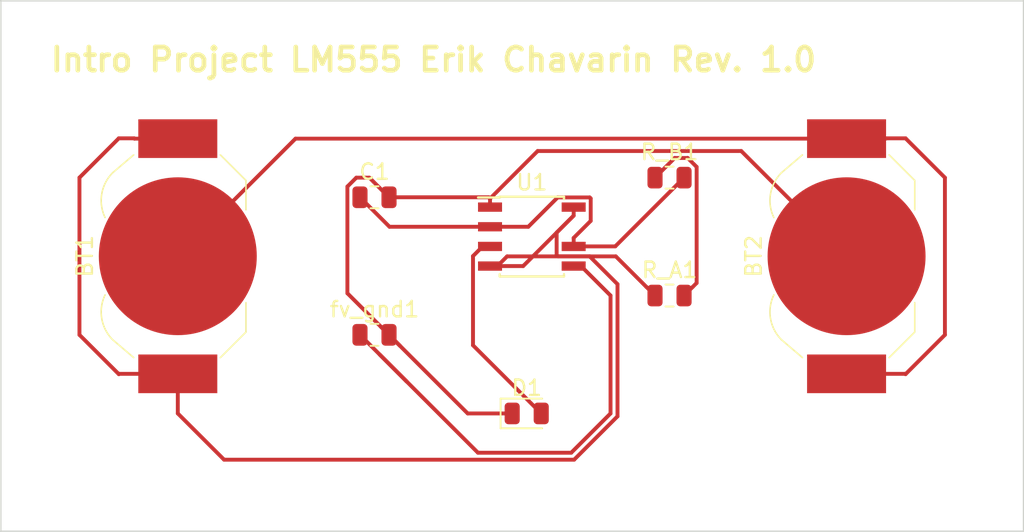
<source format=kicad_pcb>
(kicad_pcb (version 20171130) (host pcbnew "(5.1.4)-1")

  (general
    (thickness 1.6)
    (drawings 7)
    (tracks 77)
    (zones 0)
    (modules 8)
    (nets 8)
  )

  (page A4)
  (layers
    (0 F.Cu signal)
    (31 B.Cu signal)
    (32 B.Adhes user)
    (33 F.Adhes user)
    (34 B.Paste user)
    (35 F.Paste user)
    (36 B.SilkS user)
    (37 F.SilkS user)
    (38 B.Mask user)
    (39 F.Mask user)
    (40 Dwgs.User user)
    (41 Cmts.User user)
    (42 Eco1.User user)
    (43 Eco2.User user)
    (44 Edge.Cuts user)
    (45 Margin user)
    (46 B.CrtYd user)
    (47 F.CrtYd user)
    (48 B.Fab user)
    (49 F.Fab user)
  )

  (setup
    (last_trace_width 0.25)
    (trace_clearance 0.2)
    (zone_clearance 0.508)
    (zone_45_only no)
    (trace_min 0.2)
    (via_size 0.8)
    (via_drill 0.4)
    (via_min_size 0.4)
    (via_min_drill 0.3)
    (uvia_size 0.3)
    (uvia_drill 0.1)
    (uvias_allowed no)
    (uvia_min_size 0.2)
    (uvia_min_drill 0.1)
    (edge_width 0.05)
    (segment_width 0.2)
    (pcb_text_width 0.3)
    (pcb_text_size 1.5 1.5)
    (mod_edge_width 0.12)
    (mod_text_size 1 1)
    (mod_text_width 0.15)
    (pad_size 1.524 1.524)
    (pad_drill 0.762)
    (pad_to_mask_clearance 0.051)
    (solder_mask_min_width 0.25)
    (aux_axis_origin 0 0)
    (visible_elements 7FFFFFFF)
    (pcbplotparams
      (layerselection 0x010fc_ffffffff)
      (usegerberextensions false)
      (usegerberattributes false)
      (usegerberadvancedattributes false)
      (creategerberjobfile true)
      (excludeedgelayer true)
      (linewidth 0.100000)
      (plotframeref false)
      (viasonmask false)
      (mode 1)
      (useauxorigin false)
      (hpglpennumber 1)
      (hpglpenspeed 20)
      (hpglpendiameter 15.000000)
      (psnegative false)
      (psa4output false)
      (plotreference true)
      (plotvalue true)
      (plotinvisibletext false)
      (padsonsilk false)
      (subtractmaskfromsilk false)
      (outputformat 1)
      (mirror false)
      (drillshape 0)
      (scaleselection 1)
      (outputdirectory ""))
  )

  (net 0 "")
  (net 1 VCC)
  (net 2 "Net-(BT1-Pad2)")
  (net 3 GND)
  (net 4 "Net-(C1-Pad1)")
  (net 5 "Net-(D1-Pad2)")
  (net 6 "Net-(U1-Pad5)")
  (net 7 "Net-(R_A1-Pad2)")

  (net_class Default "This is the default net class."
    (clearance 0.2)
    (trace_width 0.25)
    (via_dia 0.8)
    (via_drill 0.4)
    (uvia_dia 0.3)
    (uvia_drill 0.1)
    (add_net GND)
    (add_net "Net-(BT1-Pad2)")
    (add_net "Net-(C1-Pad1)")
    (add_net "Net-(D1-Pad2)")
    (add_net "Net-(R_A1-Pad2)")
    (add_net "Net-(U1-Pad5)")
    (add_net VCC)
  )

  (module Battery:BatteryHolder_LINX_BAT-HLD-012-SMT (layer F.Cu) (tedit 5B256044) (tstamp 61518155)
    (at 138.43 69.85 270)
    (descr "SMT battery holder for CR1216/1220/1225, https://linxtechnologies.com/wp/wp-content/uploads/bat-hld-012-smt.pdf")
    (tags "battery holder coin cell cr1216 cr1220 cr1225")
    (path /614D381D)
    (attr smd)
    (fp_text reference BT1 (at 0 6 90) (layer F.SilkS)
      (effects (font (size 1 1) (thickness 0.15)))
    )
    (fp_text value Battery_Cell (at 0 -7 90) (layer F.Fab)
      (effects (font (size 1 1) (thickness 0.15)))
    )
    (fp_line (start 6.55 2.85) (end 5.4 4.2) (layer F.SilkS) (width 0.1))
    (fp_line (start -6.55 2.85) (end -5.4 4.2) (layer F.SilkS) (width 0.1))
    (fp_line (start -4.9 -4.4) (end -3 -4.4) (layer F.SilkS) (width 0.1))
    (fp_line (start 4.9 -4.4) (end 3 -4.4) (layer F.SilkS) (width 0.1))
    (fp_line (start 4.9 -4.4) (end 6.55 -2.75) (layer F.SilkS) (width 0.1))
    (fp_line (start -6.55 -2.75) (end -4.9 -4.4) (layer F.SilkS) (width 0.1))
    (fp_line (start 6.55 -2.75) (end 6.75 -2.75) (layer F.Fab) (width 0.1))
    (fp_line (start 6.55 -2.75) (end 6.7 -2.9) (layer F.Fab) (width 0.1))
    (fp_line (start 5.05 -4.55) (end 4.9 -4.4) (layer F.Fab) (width 0.1))
    (fp_line (start -5.05 -4.55) (end -4.9 -4.4) (layer F.Fab) (width 0.1))
    (fp_line (start -6.55 -2.75) (end -6.7 -2.9) (layer F.Fab) (width 0.1))
    (fp_line (start -6.75 -2.75) (end -6.55 -2.75) (layer F.Fab) (width 0.1))
    (fp_line (start 6.75 2.85) (end 6.55 2.85) (layer F.Fab) (width 0.1))
    (fp_line (start -6.75 2.85) (end -6.55 2.85) (layer F.Fab) (width 0.1))
    (fp_line (start -3.55 6.75) (end -7.25 3.05) (layer F.CrtYd) (width 0.05))
    (fp_line (start 3.55 6.75) (end 7.25 3.05) (layer F.CrtYd) (width 0.05))
    (fp_line (start -3.55 6.75) (end 3.55 6.75) (layer F.CrtYd) (width 0.05))
    (fp_line (start 9.35 3.05) (end 7.25 3.05) (layer F.CrtYd) (width 0.05))
    (fp_line (start 9.35 -3.05) (end 9.35 3.05) (layer F.CrtYd) (width 0.05))
    (fp_line (start 7.25 -3.05) (end 9.35 -3.05) (layer F.CrtYd) (width 0.05))
    (fp_line (start 3.55 -6.75) (end 7.25 -3.05) (layer F.CrtYd) (width 0.05))
    (fp_line (start -3.55 -6.75) (end 3.55 -6.75) (layer F.CrtYd) (width 0.05))
    (fp_line (start -7.25 -3.05) (end -3.55 -6.75) (layer F.CrtYd) (width 0.05))
    (fp_line (start -9.35 3.05) (end -7.25 3.05) (layer F.CrtYd) (width 0.05))
    (fp_line (start -9.35 -3.05) (end -7.25 -3.05) (layer F.CrtYd) (width 0.05))
    (fp_line (start -9.35 3.05) (end -9.35 -3.05) (layer F.CrtYd) (width 0.05))
    (fp_circle (center 0 0) (end -6.25 0) (layer F.Fab) (width 0.1))
    (fp_arc (start 0 6) (end -1.8 4.2) (angle 90) (layer F.Fab) (width 0.1))
    (fp_arc (start 3.6 2.4) (end 5.4 4.2) (angle 70.55996517) (layer F.SilkS) (width 0.1))
    (fp_line (start 6.55 2.85) (end 5.4 4.2) (layer F.Fab) (width 0.1))
    (fp_line (start -6.55 2.85) (end -5.4 4.2) (layer F.Fab) (width 0.1))
    (fp_line (start -6.55 -2.75) (end -4.9 -4.4) (layer F.Fab) (width 0.1))
    (fp_line (start -6.55 2.85) (end -6.55 -2.75) (layer F.Fab) (width 0.1))
    (fp_line (start 6.55 -2.75) (end 4.9 -4.4) (layer F.Fab) (width 0.1))
    (fp_line (start 6.55 2.85) (end 6.55 -2.75) (layer F.Fab) (width 0.1))
    (fp_line (start 6.7 -2.9) (end 5.05 -4.55) (layer F.Fab) (width 0.1))
    (fp_line (start -6.7 -2.9) (end -5.05 -4.55) (layer F.Fab) (width 0.1))
    (fp_line (start 4.9 -4.4) (end -4.9 -4.4) (layer F.Fab) (width 0.1))
    (fp_line (start 6.75 2.85) (end 6.75 -2.75) (layer F.Fab) (width 0.1))
    (fp_line (start -6.75 2.85) (end -6.75 -2.75) (layer F.Fab) (width 0.1))
    (fp_line (start 7.65 -2.55) (end 6.75 -2.55) (layer F.Fab) (width 0.1))
    (fp_line (start 7.65 -0.55) (end 7.65 -2.55) (layer F.Fab) (width 0.1))
    (fp_line (start 6.75 -0.55) (end 7.65 -0.55) (layer F.Fab) (width 0.1))
    (fp_line (start 7.65 0.55) (end 6.75 0.55) (layer F.Fab) (width 0.1))
    (fp_line (start 7.65 2.55) (end 7.65 0.55) (layer F.Fab) (width 0.1))
    (fp_line (start 6.75 2.55) (end 7.65 2.55) (layer F.Fab) (width 0.1))
    (fp_line (start -7.65 2.55) (end -6.75 2.55) (layer F.Fab) (width 0.1))
    (fp_line (start -7.65 0.55) (end -7.65 2.55) (layer F.Fab) (width 0.1))
    (fp_line (start -6.75 0.55) (end -7.65 0.55) (layer F.Fab) (width 0.1))
    (fp_line (start -7.65 -0.55) (end -6.75 -0.55) (layer F.Fab) (width 0.1))
    (fp_line (start -7.65 -2.55) (end -6.75 -2.55) (layer F.Fab) (width 0.1))
    (fp_line (start -7.65 -2.55) (end -7.65 -0.55) (layer F.Fab) (width 0.1))
    (fp_text user %R (at 0 0 90) (layer F.Fab)
      (effects (font (size 1 1) (thickness 0.15)))
    )
    (fp_arc (start 3.6 2.4) (end 5.4 4.2) (angle 90) (layer F.Fab) (width 0.1))
    (fp_arc (start -3.6 2.4) (end -1.8 4.2) (angle 90) (layer F.Fab) (width 0.1))
    (fp_arc (start -3.6 2.4) (end -5.4 4.2) (angle -70.5) (layer F.SilkS) (width 0.1))
    (pad 1 smd rect (at -7.6 0 270) (size 2.5 5.1) (layers F.Cu F.Paste F.Mask)
      (net 1 VCC))
    (pad 1 smd rect (at 7.6 0 270) (size 2.5 5.1) (layers F.Cu F.Paste F.Mask)
      (net 1 VCC))
    (pad 2 smd circle (at 0 0 270) (size 10.2 10.2) (layers F.Cu F.Paste F.Mask)
      (net 2 "Net-(BT1-Pad2)"))
    (model ${KISYS3DMOD}/Battery.3dshapes/BatteryHolder_LINX_BAT-HLD-012-SMT.wrl
      (at (xyz 0 0 0))
      (scale (xyz 1 1 1))
      (rotate (xyz 0 0 0))
    )
  )

  (module Battery:BatteryHolder_LINX_BAT-HLD-012-SMT (layer F.Cu) (tedit 5B256044) (tstamp 61518194)
    (at 181.61 69.85 270)
    (descr "SMT battery holder for CR1216/1220/1225, https://linxtechnologies.com/wp/wp-content/uploads/bat-hld-012-smt.pdf")
    (tags "battery holder coin cell cr1216 cr1220 cr1225")
    (path /614D401C)
    (attr smd)
    (fp_text reference BT2 (at 0 6 90) (layer F.SilkS)
      (effects (font (size 1 1) (thickness 0.15)))
    )
    (fp_text value Battery_Cell (at 0 -7 90) (layer F.Fab)
      (effects (font (size 1 1) (thickness 0.15)))
    )
    (fp_arc (start -3.6 2.4) (end -5.4 4.2) (angle -70.5) (layer F.SilkS) (width 0.1))
    (fp_arc (start -3.6 2.4) (end -1.8 4.2) (angle 90) (layer F.Fab) (width 0.1))
    (fp_arc (start 3.6 2.4) (end 5.4 4.2) (angle 90) (layer F.Fab) (width 0.1))
    (fp_text user %R (at 0 0 90) (layer F.Fab)
      (effects (font (size 1 1) (thickness 0.15)))
    )
    (fp_line (start -7.65 -2.55) (end -7.65 -0.55) (layer F.Fab) (width 0.1))
    (fp_line (start -7.65 -2.55) (end -6.75 -2.55) (layer F.Fab) (width 0.1))
    (fp_line (start -7.65 -0.55) (end -6.75 -0.55) (layer F.Fab) (width 0.1))
    (fp_line (start -6.75 0.55) (end -7.65 0.55) (layer F.Fab) (width 0.1))
    (fp_line (start -7.65 0.55) (end -7.65 2.55) (layer F.Fab) (width 0.1))
    (fp_line (start -7.65 2.55) (end -6.75 2.55) (layer F.Fab) (width 0.1))
    (fp_line (start 6.75 2.55) (end 7.65 2.55) (layer F.Fab) (width 0.1))
    (fp_line (start 7.65 2.55) (end 7.65 0.55) (layer F.Fab) (width 0.1))
    (fp_line (start 7.65 0.55) (end 6.75 0.55) (layer F.Fab) (width 0.1))
    (fp_line (start 6.75 -0.55) (end 7.65 -0.55) (layer F.Fab) (width 0.1))
    (fp_line (start 7.65 -0.55) (end 7.65 -2.55) (layer F.Fab) (width 0.1))
    (fp_line (start 7.65 -2.55) (end 6.75 -2.55) (layer F.Fab) (width 0.1))
    (fp_line (start -6.75 2.85) (end -6.75 -2.75) (layer F.Fab) (width 0.1))
    (fp_line (start 6.75 2.85) (end 6.75 -2.75) (layer F.Fab) (width 0.1))
    (fp_line (start 4.9 -4.4) (end -4.9 -4.4) (layer F.Fab) (width 0.1))
    (fp_line (start -6.7 -2.9) (end -5.05 -4.55) (layer F.Fab) (width 0.1))
    (fp_line (start 6.7 -2.9) (end 5.05 -4.55) (layer F.Fab) (width 0.1))
    (fp_line (start 6.55 2.85) (end 6.55 -2.75) (layer F.Fab) (width 0.1))
    (fp_line (start 6.55 -2.75) (end 4.9 -4.4) (layer F.Fab) (width 0.1))
    (fp_line (start -6.55 2.85) (end -6.55 -2.75) (layer F.Fab) (width 0.1))
    (fp_line (start -6.55 -2.75) (end -4.9 -4.4) (layer F.Fab) (width 0.1))
    (fp_line (start -6.55 2.85) (end -5.4 4.2) (layer F.Fab) (width 0.1))
    (fp_line (start 6.55 2.85) (end 5.4 4.2) (layer F.Fab) (width 0.1))
    (fp_arc (start 3.6 2.4) (end 5.4 4.2) (angle 70.55996517) (layer F.SilkS) (width 0.1))
    (fp_arc (start 0 6) (end -1.8 4.2) (angle 90) (layer F.Fab) (width 0.1))
    (fp_circle (center 0 0) (end -6.25 0) (layer F.Fab) (width 0.1))
    (fp_line (start -9.35 3.05) (end -9.35 -3.05) (layer F.CrtYd) (width 0.05))
    (fp_line (start -9.35 -3.05) (end -7.25 -3.05) (layer F.CrtYd) (width 0.05))
    (fp_line (start -9.35 3.05) (end -7.25 3.05) (layer F.CrtYd) (width 0.05))
    (fp_line (start -7.25 -3.05) (end -3.55 -6.75) (layer F.CrtYd) (width 0.05))
    (fp_line (start -3.55 -6.75) (end 3.55 -6.75) (layer F.CrtYd) (width 0.05))
    (fp_line (start 3.55 -6.75) (end 7.25 -3.05) (layer F.CrtYd) (width 0.05))
    (fp_line (start 7.25 -3.05) (end 9.35 -3.05) (layer F.CrtYd) (width 0.05))
    (fp_line (start 9.35 -3.05) (end 9.35 3.05) (layer F.CrtYd) (width 0.05))
    (fp_line (start 9.35 3.05) (end 7.25 3.05) (layer F.CrtYd) (width 0.05))
    (fp_line (start -3.55 6.75) (end 3.55 6.75) (layer F.CrtYd) (width 0.05))
    (fp_line (start 3.55 6.75) (end 7.25 3.05) (layer F.CrtYd) (width 0.05))
    (fp_line (start -3.55 6.75) (end -7.25 3.05) (layer F.CrtYd) (width 0.05))
    (fp_line (start -6.75 2.85) (end -6.55 2.85) (layer F.Fab) (width 0.1))
    (fp_line (start 6.75 2.85) (end 6.55 2.85) (layer F.Fab) (width 0.1))
    (fp_line (start -6.75 -2.75) (end -6.55 -2.75) (layer F.Fab) (width 0.1))
    (fp_line (start -6.55 -2.75) (end -6.7 -2.9) (layer F.Fab) (width 0.1))
    (fp_line (start -5.05 -4.55) (end -4.9 -4.4) (layer F.Fab) (width 0.1))
    (fp_line (start 5.05 -4.55) (end 4.9 -4.4) (layer F.Fab) (width 0.1))
    (fp_line (start 6.55 -2.75) (end 6.7 -2.9) (layer F.Fab) (width 0.1))
    (fp_line (start 6.55 -2.75) (end 6.75 -2.75) (layer F.Fab) (width 0.1))
    (fp_line (start -6.55 -2.75) (end -4.9 -4.4) (layer F.SilkS) (width 0.1))
    (fp_line (start 4.9 -4.4) (end 6.55 -2.75) (layer F.SilkS) (width 0.1))
    (fp_line (start 4.9 -4.4) (end 3 -4.4) (layer F.SilkS) (width 0.1))
    (fp_line (start -4.9 -4.4) (end -3 -4.4) (layer F.SilkS) (width 0.1))
    (fp_line (start -6.55 2.85) (end -5.4 4.2) (layer F.SilkS) (width 0.1))
    (fp_line (start 6.55 2.85) (end 5.4 4.2) (layer F.SilkS) (width 0.1))
    (pad 2 smd circle (at 0 0 270) (size 10.2 10.2) (layers F.Cu F.Paste F.Mask)
      (net 3 GND))
    (pad 1 smd rect (at 7.6 0 270) (size 2.5 5.1) (layers F.Cu F.Paste F.Mask)
      (net 2 "Net-(BT1-Pad2)"))
    (pad 1 smd rect (at -7.6 0 270) (size 2.5 5.1) (layers F.Cu F.Paste F.Mask)
      (net 2 "Net-(BT1-Pad2)"))
    (model ${KISYS3DMOD}/Battery.3dshapes/BatteryHolder_LINX_BAT-HLD-012-SMT.wrl
      (at (xyz 0 0 0))
      (scale (xyz 1 1 1))
      (rotate (xyz 0 0 0))
    )
  )

  (module Capacitor_SMD:C_0805_2012Metric (layer F.Cu) (tedit 5B36C52B) (tstamp 615181A5)
    (at 151.13 66.04)
    (descr "Capacitor SMD 0805 (2012 Metric), square (rectangular) end terminal, IPC_7351 nominal, (Body size source: https://docs.google.com/spreadsheets/d/1BsfQQcO9C6DZCsRaXUlFlo91Tg2WpOkGARC1WS5S8t0/edit?usp=sharing), generated with kicad-footprint-generator")
    (tags capacitor)
    (path /614C3549)
    (attr smd)
    (fp_text reference C1 (at 0 -1.65) (layer F.SilkS)
      (effects (font (size 1 1) (thickness 0.15)))
    )
    (fp_text value 10u (at 0 1.65) (layer F.Fab)
      (effects (font (size 1 1) (thickness 0.15)))
    )
    (fp_line (start -1 0.6) (end -1 -0.6) (layer F.Fab) (width 0.1))
    (fp_line (start -1 -0.6) (end 1 -0.6) (layer F.Fab) (width 0.1))
    (fp_line (start 1 -0.6) (end 1 0.6) (layer F.Fab) (width 0.1))
    (fp_line (start 1 0.6) (end -1 0.6) (layer F.Fab) (width 0.1))
    (fp_line (start -0.258578 -0.71) (end 0.258578 -0.71) (layer F.SilkS) (width 0.12))
    (fp_line (start -0.258578 0.71) (end 0.258578 0.71) (layer F.SilkS) (width 0.12))
    (fp_line (start -1.68 0.95) (end -1.68 -0.95) (layer F.CrtYd) (width 0.05))
    (fp_line (start -1.68 -0.95) (end 1.68 -0.95) (layer F.CrtYd) (width 0.05))
    (fp_line (start 1.68 -0.95) (end 1.68 0.95) (layer F.CrtYd) (width 0.05))
    (fp_line (start 1.68 0.95) (end -1.68 0.95) (layer F.CrtYd) (width 0.05))
    (fp_text user %R (at 0 0) (layer F.Fab)
      (effects (font (size 0.5 0.5) (thickness 0.08)))
    )
    (pad 1 smd roundrect (at -0.9375 0) (size 0.975 1.4) (layers F.Cu F.Paste F.Mask) (roundrect_rratio 0.25)
      (net 4 "Net-(C1-Pad1)"))
    (pad 2 smd roundrect (at 0.9375 0) (size 0.975 1.4) (layers F.Cu F.Paste F.Mask) (roundrect_rratio 0.25)
      (net 3 GND))
    (model ${KISYS3DMOD}/Capacitor_SMD.3dshapes/C_0805_2012Metric.wrl
      (at (xyz 0 0 0))
      (scale (xyz 1 1 1))
      (rotate (xyz 0 0 0))
    )
  )

  (module LED_SMD:LED_0805_2012Metric (layer F.Cu) (tedit 5B36C52C) (tstamp 615181B8)
    (at 160.9575 80.01)
    (descr "LED SMD 0805 (2012 Metric), square (rectangular) end terminal, IPC_7351 nominal, (Body size source: https://docs.google.com/spreadsheets/d/1BsfQQcO9C6DZCsRaXUlFlo91Tg2WpOkGARC1WS5S8t0/edit?usp=sharing), generated with kicad-footprint-generator")
    (tags diode)
    (path /614BD305)
    (attr smd)
    (fp_text reference D1 (at 0 -1.65) (layer F.SilkS)
      (effects (font (size 1 1) (thickness 0.15)))
    )
    (fp_text value LED (at 0 1.65) (layer F.Fab)
      (effects (font (size 1 1) (thickness 0.15)))
    )
    (fp_text user %R (at 0 0) (layer F.Fab)
      (effects (font (size 0.5 0.5) (thickness 0.08)))
    )
    (fp_line (start 1.68 0.95) (end -1.68 0.95) (layer F.CrtYd) (width 0.05))
    (fp_line (start 1.68 -0.95) (end 1.68 0.95) (layer F.CrtYd) (width 0.05))
    (fp_line (start -1.68 -0.95) (end 1.68 -0.95) (layer F.CrtYd) (width 0.05))
    (fp_line (start -1.68 0.95) (end -1.68 -0.95) (layer F.CrtYd) (width 0.05))
    (fp_line (start -1.685 0.96) (end 1 0.96) (layer F.SilkS) (width 0.12))
    (fp_line (start -1.685 -0.96) (end -1.685 0.96) (layer F.SilkS) (width 0.12))
    (fp_line (start 1 -0.96) (end -1.685 -0.96) (layer F.SilkS) (width 0.12))
    (fp_line (start 1 0.6) (end 1 -0.6) (layer F.Fab) (width 0.1))
    (fp_line (start -1 0.6) (end 1 0.6) (layer F.Fab) (width 0.1))
    (fp_line (start -1 -0.3) (end -1 0.6) (layer F.Fab) (width 0.1))
    (fp_line (start -0.7 -0.6) (end -1 -0.3) (layer F.Fab) (width 0.1))
    (fp_line (start 1 -0.6) (end -0.7 -0.6) (layer F.Fab) (width 0.1))
    (pad 2 smd roundrect (at 0.9375 0) (size 0.975 1.4) (layers F.Cu F.Paste F.Mask) (roundrect_rratio 0.25)
      (net 5 "Net-(D1-Pad2)"))
    (pad 1 smd roundrect (at -0.9375 0) (size 0.975 1.4) (layers F.Cu F.Paste F.Mask) (roundrect_rratio 0.25)
      (net 3 GND))
    (model ${KISYS3DMOD}/LED_SMD.3dshapes/LED_0805_2012Metric.wrl
      (at (xyz 0 0 0))
      (scale (xyz 1 1 1))
      (rotate (xyz 0 0 0))
    )
  )

  (module Capacitor_SMD:C_0805_2012Metric (layer F.Cu) (tedit 5B36C52B) (tstamp 615181C9)
    (at 151.13 74.93)
    (descr "Capacitor SMD 0805 (2012 Metric), square (rectangular) end terminal, IPC_7351 nominal, (Body size source: https://docs.google.com/spreadsheets/d/1BsfQQcO9C6DZCsRaXUlFlo91Tg2WpOkGARC1WS5S8t0/edit?usp=sharing), generated with kicad-footprint-generator")
    (tags capacitor)
    (path /614C3B27)
    (attr smd)
    (fp_text reference fv_gnd1 (at 0 -1.65) (layer F.SilkS)
      (effects (font (size 1 1) (thickness 0.15)))
    )
    (fp_text value 0.01u (at 0 1.65) (layer F.Fab)
      (effects (font (size 1 1) (thickness 0.15)))
    )
    (fp_text user %R (at 0 0) (layer F.Fab)
      (effects (font (size 0.5 0.5) (thickness 0.08)))
    )
    (fp_line (start 1.68 0.95) (end -1.68 0.95) (layer F.CrtYd) (width 0.05))
    (fp_line (start 1.68 -0.95) (end 1.68 0.95) (layer F.CrtYd) (width 0.05))
    (fp_line (start -1.68 -0.95) (end 1.68 -0.95) (layer F.CrtYd) (width 0.05))
    (fp_line (start -1.68 0.95) (end -1.68 -0.95) (layer F.CrtYd) (width 0.05))
    (fp_line (start -0.258578 0.71) (end 0.258578 0.71) (layer F.SilkS) (width 0.12))
    (fp_line (start -0.258578 -0.71) (end 0.258578 -0.71) (layer F.SilkS) (width 0.12))
    (fp_line (start 1 0.6) (end -1 0.6) (layer F.Fab) (width 0.1))
    (fp_line (start 1 -0.6) (end 1 0.6) (layer F.Fab) (width 0.1))
    (fp_line (start -1 -0.6) (end 1 -0.6) (layer F.Fab) (width 0.1))
    (fp_line (start -1 0.6) (end -1 -0.6) (layer F.Fab) (width 0.1))
    (pad 2 smd roundrect (at 0.9375 0) (size 0.975 1.4) (layers F.Cu F.Paste F.Mask) (roundrect_rratio 0.25)
      (net 3 GND))
    (pad 1 smd roundrect (at -0.9375 0) (size 0.975 1.4) (layers F.Cu F.Paste F.Mask) (roundrect_rratio 0.25)
      (net 6 "Net-(U1-Pad5)"))
    (model ${KISYS3DMOD}/Capacitor_SMD.3dshapes/C_0805_2012Metric.wrl
      (at (xyz 0 0 0))
      (scale (xyz 1 1 1))
      (rotate (xyz 0 0 0))
    )
  )

  (module Resistor_SMD:R_0805_2012Metric (layer F.Cu) (tedit 5B36C52B) (tstamp 615181DA)
    (at 170.18 72.39)
    (descr "Resistor SMD 0805 (2012 Metric), square (rectangular) end terminal, IPC_7351 nominal, (Body size source: https://docs.google.com/spreadsheets/d/1BsfQQcO9C6DZCsRaXUlFlo91Tg2WpOkGARC1WS5S8t0/edit?usp=sharing), generated with kicad-footprint-generator")
    (tags resistor)
    (path /614C08F7)
    (attr smd)
    (fp_text reference R_A1 (at 0 -1.65) (layer F.SilkS)
      (effects (font (size 1 1) (thickness 0.15)))
    )
    (fp_text value 5k (at 0 1.65) (layer F.Fab)
      (effects (font (size 1 1) (thickness 0.15)))
    )
    (fp_text user %R (at 0 0) (layer F.Fab)
      (effects (font (size 0.5 0.5) (thickness 0.08)))
    )
    (fp_line (start 1.68 0.95) (end -1.68 0.95) (layer F.CrtYd) (width 0.05))
    (fp_line (start 1.68 -0.95) (end 1.68 0.95) (layer F.CrtYd) (width 0.05))
    (fp_line (start -1.68 -0.95) (end 1.68 -0.95) (layer F.CrtYd) (width 0.05))
    (fp_line (start -1.68 0.95) (end -1.68 -0.95) (layer F.CrtYd) (width 0.05))
    (fp_line (start -0.258578 0.71) (end 0.258578 0.71) (layer F.SilkS) (width 0.12))
    (fp_line (start -0.258578 -0.71) (end 0.258578 -0.71) (layer F.SilkS) (width 0.12))
    (fp_line (start 1 0.6) (end -1 0.6) (layer F.Fab) (width 0.1))
    (fp_line (start 1 -0.6) (end 1 0.6) (layer F.Fab) (width 0.1))
    (fp_line (start -1 -0.6) (end 1 -0.6) (layer F.Fab) (width 0.1))
    (fp_line (start -1 0.6) (end -1 -0.6) (layer F.Fab) (width 0.1))
    (pad 2 smd roundrect (at 0.9375 0) (size 0.975 1.4) (layers F.Cu F.Paste F.Mask) (roundrect_rratio 0.25)
      (net 7 "Net-(R_A1-Pad2)"))
    (pad 1 smd roundrect (at -0.9375 0) (size 0.975 1.4) (layers F.Cu F.Paste F.Mask) (roundrect_rratio 0.25)
      (net 1 VCC))
    (model ${KISYS3DMOD}/Resistor_SMD.3dshapes/R_0805_2012Metric.wrl
      (at (xyz 0 0 0))
      (scale (xyz 1 1 1))
      (rotate (xyz 0 0 0))
    )
  )

  (module Resistor_SMD:R_0805_2012Metric (layer F.Cu) (tedit 5B36C52B) (tstamp 615181EB)
    (at 170.18 64.77)
    (descr "Resistor SMD 0805 (2012 Metric), square (rectangular) end terminal, IPC_7351 nominal, (Body size source: https://docs.google.com/spreadsheets/d/1BsfQQcO9C6DZCsRaXUlFlo91Tg2WpOkGARC1WS5S8t0/edit?usp=sharing), generated with kicad-footprint-generator")
    (tags resistor)
    (path /614C04C9)
    (attr smd)
    (fp_text reference R_B1 (at 0 -1.65) (layer F.SilkS)
      (effects (font (size 1 1) (thickness 0.15)))
    )
    (fp_text value 10k (at 0 1.65) (layer F.Fab)
      (effects (font (size 1 1) (thickness 0.15)))
    )
    (fp_line (start -1 0.6) (end -1 -0.6) (layer F.Fab) (width 0.1))
    (fp_line (start -1 -0.6) (end 1 -0.6) (layer F.Fab) (width 0.1))
    (fp_line (start 1 -0.6) (end 1 0.6) (layer F.Fab) (width 0.1))
    (fp_line (start 1 0.6) (end -1 0.6) (layer F.Fab) (width 0.1))
    (fp_line (start -0.258578 -0.71) (end 0.258578 -0.71) (layer F.SilkS) (width 0.12))
    (fp_line (start -0.258578 0.71) (end 0.258578 0.71) (layer F.SilkS) (width 0.12))
    (fp_line (start -1.68 0.95) (end -1.68 -0.95) (layer F.CrtYd) (width 0.05))
    (fp_line (start -1.68 -0.95) (end 1.68 -0.95) (layer F.CrtYd) (width 0.05))
    (fp_line (start 1.68 -0.95) (end 1.68 0.95) (layer F.CrtYd) (width 0.05))
    (fp_line (start 1.68 0.95) (end -1.68 0.95) (layer F.CrtYd) (width 0.05))
    (fp_text user %R (at 0 0) (layer F.Fab)
      (effects (font (size 0.5 0.5) (thickness 0.08)))
    )
    (pad 1 smd roundrect (at -0.9375 0) (size 0.975 1.4) (layers F.Cu F.Paste F.Mask) (roundrect_rratio 0.25)
      (net 7 "Net-(R_A1-Pad2)"))
    (pad 2 smd roundrect (at 0.9375 0) (size 0.975 1.4) (layers F.Cu F.Paste F.Mask) (roundrect_rratio 0.25)
      (net 4 "Net-(C1-Pad1)"))
    (model ${KISYS3DMOD}/Resistor_SMD.3dshapes/R_0805_2012Metric.wrl
      (at (xyz 0 0 0))
      (scale (xyz 1 1 1))
      (rotate (xyz 0 0 0))
    )
  )

  (module Package_SO:SOIC-8-N7_3.9x4.9mm_P1.27mm (layer F.Cu) (tedit 5A02F2D3) (tstamp 61518207)
    (at 161.29 68.58)
    (descr "8-Lead Plastic Small Outline (SN) - Narrow, 3.90 mm Body [SOIC], pin 7 removed (Microchip Packaging Specification 00000049BS.pdf, http://www.onsemi.com/pub/Collateral/NCP1207B.PDF)")
    (tags "SOIC 1.27")
    (path /614BC1BA)
    (attr smd)
    (fp_text reference U1 (at 0 -3.5) (layer F.SilkS)
      (effects (font (size 1 1) (thickness 0.15)))
    )
    (fp_text value LM555 (at 0 3.5) (layer F.Fab)
      (effects (font (size 1 1) (thickness 0.15)))
    )
    (fp_text user %R (at 0 0) (layer F.Fab)
      (effects (font (size 1 1) (thickness 0.15)))
    )
    (fp_line (start -0.95 -2.45) (end 1.95 -2.45) (layer F.Fab) (width 0.1))
    (fp_line (start 1.95 -2.45) (end 1.95 2.45) (layer F.Fab) (width 0.1))
    (fp_line (start 1.95 2.45) (end -1.95 2.45) (layer F.Fab) (width 0.1))
    (fp_line (start -1.95 2.45) (end -1.95 -1.45) (layer F.Fab) (width 0.1))
    (fp_line (start -1.95 -1.45) (end -0.95 -2.45) (layer F.Fab) (width 0.1))
    (fp_line (start -3.73 -2.7) (end -3.73 2.7) (layer F.CrtYd) (width 0.05))
    (fp_line (start 3.73 -2.7) (end 3.73 2.7) (layer F.CrtYd) (width 0.05))
    (fp_line (start -3.73 -2.7) (end 3.73 -2.7) (layer F.CrtYd) (width 0.05))
    (fp_line (start -3.73 2.7) (end 3.73 2.7) (layer F.CrtYd) (width 0.05))
    (fp_line (start -2.075 -2.575) (end -2.075 -2.525) (layer F.SilkS) (width 0.15))
    (fp_line (start 2.075 -2.575) (end 2.075 -2.43) (layer F.SilkS) (width 0.15))
    (fp_line (start 2.075 2.575) (end 2.075 2.43) (layer F.SilkS) (width 0.15))
    (fp_line (start -2.075 2.575) (end -2.075 2.43) (layer F.SilkS) (width 0.15))
    (fp_line (start -2.075 -2.575) (end 2.075 -2.575) (layer F.SilkS) (width 0.15))
    (fp_line (start -2.075 2.575) (end 2.075 2.575) (layer F.SilkS) (width 0.15))
    (fp_line (start -2.075 -2.525) (end -3.475 -2.525) (layer F.SilkS) (width 0.15))
    (pad 1 smd rect (at -2.7 -1.905) (size 1.55 0.6) (layers F.Cu F.Paste F.Mask)
      (net 3 GND))
    (pad 2 smd rect (at -2.7 -0.635) (size 1.55 0.6) (layers F.Cu F.Paste F.Mask)
      (net 4 "Net-(C1-Pad1)"))
    (pad 3 smd rect (at -2.7 0.635) (size 1.55 0.6) (layers F.Cu F.Paste F.Mask)
      (net 5 "Net-(D1-Pad2)"))
    (pad 4 smd rect (at -2.7 1.905) (size 1.55 0.6) (layers F.Cu F.Paste F.Mask)
      (net 1 VCC))
    (pad 5 smd rect (at 2.7 1.905) (size 1.55 0.6) (layers F.Cu F.Paste F.Mask)
      (net 6 "Net-(U1-Pad5)"))
    (pad 6 smd rect (at 2.7 0.635) (size 1.55 0.6) (layers F.Cu F.Paste F.Mask)
      (net 4 "Net-(C1-Pad1)"))
    (pad 8 smd rect (at 2.7 -1.905) (size 1.55 0.6) (layers F.Cu F.Paste F.Mask)
      (net 1 VCC))
    (model ${KISYS3DMOD}/Package_SO.3dshapes/SOIC-8-N7_3.9x4.9mm_P1.27mm.wrl
      (at (xyz 0 0 0))
      (scale (xyz 1 1 1))
      (rotate (xyz 0 0 0))
    )
  )

  (gr_text "Intro Project LM555 Erik Chavarin Rev. 1.0" (at 154.94 57.15) (layer F.SilkS)
    (effects (font (size 1.5 1.5) (thickness 0.3)))
  )
  (gr_line (start 127 63.5) (end 127 53.34) (layer Edge.Cuts) (width 0.1))
  (gr_line (start 127 82.55) (end 127 63.5) (layer Edge.Cuts) (width 0.1))
  (gr_line (start 127 87.63) (end 127 82.55) (layer Edge.Cuts) (width 0.1))
  (gr_line (start 193.04 87.63) (end 127 87.63) (layer Edge.Cuts) (width 0.1))
  (gr_line (start 193.04 53.34) (end 193.04 87.63) (layer Edge.Cuts) (width 0.1))
  (gr_line (start 127 53.34) (end 193.04 53.34) (layer Edge.Cuts) (width 0.1))

  (segment (start 163.99 67.225) (end 163.99 66.675) (width 0.25) (layer F.Cu) (net 1))
  (segment (start 160.73 70.485) (end 163.99 67.225) (width 0.25) (layer F.Cu) (net 1))
  (segment (start 158.59 70.485) (end 160.73 70.485) (width 0.25) (layer F.Cu) (net 1))
  (segment (start 168.686263 71.833763) (end 169.2425 72.39) (width 0.25) (layer F.Cu) (net 1))
  (segment (start 166.712499 69.859999) (end 168.686263 71.833763) (width 0.25) (layer F.Cu) (net 1))
  (segment (start 162.974997 69.859999) (end 166.712499 69.859999) (width 0.25) (layer F.Cu) (net 1))
  (segment (start 162.889999 69.775001) (end 162.974997 69.859999) (width 0.25) (layer F.Cu) (net 1))
  (segment (start 162.889999 68.325001) (end 162.889999 69.775001) (width 0.25) (layer F.Cu) (net 1))
  (segment (start 163.99 67.225) (end 162.889999 68.325001) (width 0.25) (layer F.Cu) (net 1))
  (segment (start 164.0164 83.00001) (end 141.42001 83.00001) (width 0.25) (layer F.Cu) (net 1))
  (segment (start 159.065 70.485) (end 159.690001 69.859999) (width 0.25) (layer F.Cu) (net 1))
  (segment (start 158.59 70.485) (end 159.065 70.485) (width 0.25) (layer F.Cu) (net 1))
  (segment (start 159.690001 69.859999) (end 165.025001 69.859999) (width 0.25) (layer F.Cu) (net 1))
  (segment (start 165.025001 69.859999) (end 166.82001 71.655008) (width 0.25) (layer F.Cu) (net 1))
  (segment (start 166.82001 71.655008) (end 166.82001 80.1964) (width 0.25) (layer F.Cu) (net 1))
  (segment (start 166.82001 80.1964) (end 164.0164 83.00001) (width 0.25) (layer F.Cu) (net 1))
  (segment (start 138.43 80.01) (end 138.43 77.45) (width 0.25) (layer F.Cu) (net 1))
  (segment (start 141.42001 83.00001) (end 138.43 80.01) (width 0.25) (layer F.Cu) (net 1))
  (segment (start 138.43 62.25) (end 135.63 62.25) (width 0.25) (layer F.Cu) (net 1))
  (segment (start 135.63 62.25) (end 135.61 62.23) (width 0.25) (layer F.Cu) (net 1))
  (segment (start 135.61 62.23) (end 134.62 62.23) (width 0.25) (layer F.Cu) (net 1))
  (segment (start 134.62 62.23) (end 132.08 64.77) (width 0.25) (layer F.Cu) (net 1))
  (segment (start 132.08 64.77) (end 132.08 74.93) (width 0.25) (layer F.Cu) (net 1))
  (segment (start 132.08 74.93) (end 134.62 77.47) (width 0.25) (layer F.Cu) (net 1))
  (segment (start 134.64 77.45) (end 138.43 77.45) (width 0.25) (layer F.Cu) (net 1))
  (segment (start 134.62 77.47) (end 134.64 77.45) (width 0.25) (layer F.Cu) (net 1))
  (segment (start 146.03 62.25) (end 184.15 62.25) (width 0.25) (layer F.Cu) (net 2))
  (segment (start 138.43 69.85) (end 146.03 62.25) (width 0.25) (layer F.Cu) (net 2))
  (segment (start 182.93 62.23) (end 185.42 62.23) (width 0.25) (layer F.Cu) (net 2))
  (segment (start 185.42 62.23) (end 187.96 64.77) (width 0.25) (layer F.Cu) (net 2))
  (segment (start 187.96 64.77) (end 187.96 74.93) (width 0.25) (layer F.Cu) (net 2))
  (segment (start 187.96 74.93) (end 185.42 77.47) (width 0.25) (layer F.Cu) (net 2))
  (segment (start 185.4 77.45) (end 181.61 77.45) (width 0.25) (layer F.Cu) (net 2))
  (segment (start 185.42 77.47) (end 185.4 77.45) (width 0.25) (layer F.Cu) (net 2))
  (segment (start 158.505 66.04) (end 158.59 66.125) (width 0.25) (layer F.Cu) (net 3))
  (segment (start 152.0675 66.04) (end 158.505 66.04) (width 0.25) (layer F.Cu) (net 3))
  (segment (start 151.511263 74.373763) (end 152.0675 74.93) (width 0.25) (layer F.Cu) (net 3))
  (segment (start 149.37999 72.24249) (end 152.781263 75.643763) (width 0.25) (layer F.Cu) (net 3))
  (segment (start 149.37999 65.34816) (end 149.37999 72.24249) (width 0.25) (layer F.Cu) (net 3))
  (segment (start 149.95815 64.77) (end 149.37999 65.34816) (width 0.25) (layer F.Cu) (net 3))
  (segment (start 150.7975 64.77) (end 149.95815 64.77) (width 0.25) (layer F.Cu) (net 3))
  (segment (start 152.0675 66.04) (end 150.7975 64.77) (width 0.25) (layer F.Cu) (net 3))
  (segment (start 158.59 66.675) (end 158.59 66.125) (width 0.25) (layer F.Cu) (net 3))
  (segment (start 157.1475 80.01) (end 160.02 80.01) (width 0.25) (layer F.Cu) (net 3))
  (segment (start 152.0675 74.93) (end 157.1475 80.01) (width 0.25) (layer F.Cu) (net 3))
  (segment (start 161.665009 63.049991) (end 158.59 66.125) (width 0.25) (layer F.Cu) (net 3))
  (segment (start 181.61 69.85) (end 174.809991 63.049991) (width 0.25) (layer F.Cu) (net 3))
  (segment (start 174.809991 63.049991) (end 161.665009 63.049991) (width 0.25) (layer F.Cu) (net 3))
  (segment (start 166.6725 69.215) (end 163.99 69.215) (width 0.25) (layer F.Cu) (net 4))
  (segment (start 171.1175 64.77) (end 166.6725 69.215) (width 0.25) (layer F.Cu) (net 4))
  (segment (start 152.0975 67.945) (end 158.59 67.945) (width 0.25) (layer F.Cu) (net 4))
  (segment (start 150.1925 66.04) (end 152.0975 67.945) (width 0.25) (layer F.Cu) (net 4))
  (segment (start 163.99 68.665) (end 163.99 69.215) (width 0.25) (layer F.Cu) (net 4))
  (segment (start 165.090001 67.564999) (end 163.99 68.665) (width 0.25) (layer F.Cu) (net 4))
  (segment (start 165.090001 66.114999) (end 165.090001 67.564999) (width 0.25) (layer F.Cu) (net 4))
  (segment (start 165.025001 66.049999) (end 165.090001 66.114999) (width 0.25) (layer F.Cu) (net 4))
  (segment (start 162.954999 66.049999) (end 165.025001 66.049999) (width 0.25) (layer F.Cu) (net 4))
  (segment (start 161.059998 67.945) (end 162.954999 66.049999) (width 0.25) (layer F.Cu) (net 4))
  (segment (start 158.59 67.945) (end 161.059998 67.945) (width 0.25) (layer F.Cu) (net 4))
  (segment (start 158.115 69.215) (end 158.59 69.215) (width 0.25) (layer F.Cu) (net 5))
  (segment (start 157.489999 69.840001) (end 158.115 69.215) (width 0.25) (layer F.Cu) (net 5))
  (segment (start 157.489999 75.604999) (end 157.489999 69.840001) (width 0.25) (layer F.Cu) (net 5))
  (segment (start 161.895 80.01) (end 157.489999 75.604999) (width 0.25) (layer F.Cu) (net 5))
  (segment (start 157.8125 82.55) (end 163.83 82.55) (width 0.25) (layer F.Cu) (net 6))
  (segment (start 163.83 82.55) (end 166.37 80.01) (width 0.25) (layer F.Cu) (net 6))
  (segment (start 166.37 80.01) (end 166.37 72.39) (width 0.25) (layer F.Cu) (net 6))
  (segment (start 164.465 70.485) (end 163.99 70.485) (width 0.25) (layer F.Cu) (net 6))
  (segment (start 166.37 72.39) (end 164.465 70.485) (width 0.25) (layer F.Cu) (net 6))
  (segment (start 150.1925 74.93) (end 153.20125 77.93875) (width 0.25) (layer F.Cu) (net 6))
  (segment (start 151.4625 76.2) (end 153.20125 77.93875) (width 0.25) (layer F.Cu) (net 6))
  (segment (start 153.20125 77.93875) (end 157.8125 82.55) (width 0.25) (layer F.Cu) (net 6))
  (segment (start 171.673737 71.833763) (end 171.1175 72.39) (width 0.25) (layer F.Cu) (net 7))
  (segment (start 171.93001 71.57749) (end 171.673737 71.833763) (width 0.25) (layer F.Cu) (net 7))
  (segment (start 171.93001 64.07816) (end 171.93001 71.57749) (width 0.25) (layer F.Cu) (net 7))
  (segment (start 171.35185 63.5) (end 171.93001 64.07816) (width 0.25) (layer F.Cu) (net 7))
  (segment (start 170.5125 63.5) (end 171.35185 63.5) (width 0.25) (layer F.Cu) (net 7))
  (segment (start 169.2425 64.77) (end 170.5125 63.5) (width 0.25) (layer F.Cu) (net 7))

)

</source>
